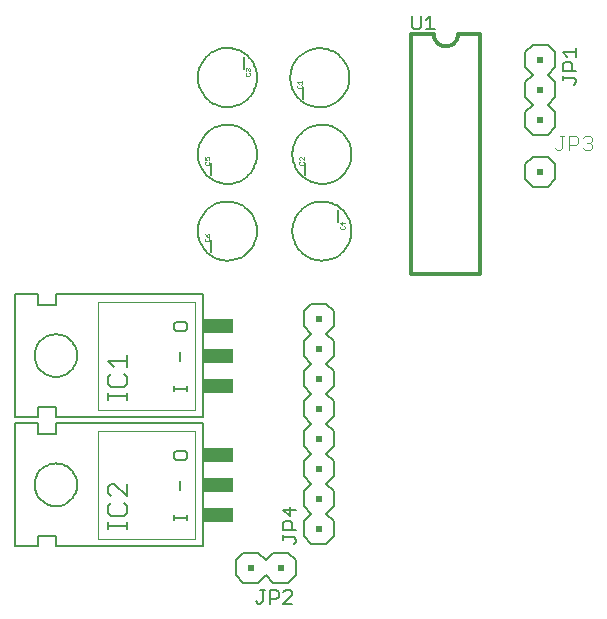
<source format=gto>
G75*
%MOIN*%
%OFA0B0*%
%FSLAX24Y24*%
%IPPOS*%
%LPD*%
%AMOC8*
5,1,8,0,0,1.08239X$1,22.5*
%
%ADD10C,0.0120*%
%ADD11C,0.0050*%
%ADD12C,0.0080*%
%ADD13C,0.0010*%
%ADD14R,0.0200X0.0200*%
%ADD15C,0.0060*%
%ADD16C,0.0020*%
%ADD17C,0.0070*%
%ADD18R,0.0350X0.0500*%
%ADD19R,0.0650X0.0500*%
%ADD20C,0.0040*%
D10*
X013332Y011266D02*
X015632Y011266D01*
X015632Y019266D01*
X014882Y019266D01*
X014880Y019227D01*
X014874Y019188D01*
X014865Y019150D01*
X014852Y019113D01*
X014835Y019077D01*
X014815Y019044D01*
X014791Y019012D01*
X014765Y018983D01*
X014736Y018957D01*
X014704Y018933D01*
X014671Y018913D01*
X014635Y018896D01*
X014598Y018883D01*
X014560Y018874D01*
X014521Y018868D01*
X014482Y018866D01*
X014443Y018868D01*
X014404Y018874D01*
X014366Y018883D01*
X014329Y018896D01*
X014293Y018913D01*
X014260Y018933D01*
X014228Y018957D01*
X014199Y018983D01*
X014173Y019012D01*
X014149Y019044D01*
X014129Y019077D01*
X014112Y019113D01*
X014099Y019150D01*
X014090Y019188D01*
X014084Y019227D01*
X014082Y019266D01*
X013332Y019266D01*
X013332Y011266D01*
D11*
X018752Y017590D02*
X018827Y017665D01*
X018827Y017740D01*
X018752Y017815D01*
X018377Y017815D01*
X018377Y017740D02*
X018377Y017890D01*
X018377Y018050D02*
X018377Y018275D01*
X018452Y018350D01*
X018602Y018350D01*
X018677Y018275D01*
X018677Y018050D01*
X018827Y018050D02*
X018377Y018050D01*
X018527Y018510D02*
X018377Y018661D01*
X018827Y018661D01*
X018827Y018811D02*
X018827Y018510D01*
X014118Y019441D02*
X013818Y019441D01*
X013968Y019441D02*
X013968Y019892D01*
X013818Y019741D01*
X013658Y019892D02*
X013658Y019516D01*
X013583Y019441D01*
X013432Y019441D01*
X013357Y019516D01*
X013357Y019892D01*
X005780Y009679D02*
X005480Y009679D01*
X005405Y009604D01*
X005405Y009454D01*
X005480Y009379D01*
X005780Y009379D01*
X005855Y009454D01*
X005855Y009604D01*
X005780Y009679D01*
X005630Y008679D02*
X005630Y008379D01*
X005855Y007529D02*
X005855Y007379D01*
X005855Y007454D02*
X005405Y007454D01*
X005405Y007379D02*
X005405Y007529D01*
X005480Y005376D02*
X005405Y005301D01*
X005405Y005151D01*
X005480Y005075D01*
X005780Y005075D01*
X005855Y005151D01*
X005855Y005301D01*
X005780Y005376D01*
X005480Y005376D01*
X005630Y004376D02*
X005630Y004075D01*
X005855Y003226D02*
X005855Y003075D01*
X005855Y003151D02*
X005405Y003151D01*
X005405Y003226D02*
X005405Y003075D01*
X008144Y000367D02*
X008219Y000292D01*
X008294Y000292D01*
X008370Y000367D01*
X008370Y000742D01*
X008445Y000742D02*
X008294Y000742D01*
X008605Y000742D02*
X008830Y000742D01*
X008905Y000667D01*
X008905Y000517D01*
X008830Y000442D01*
X008605Y000442D01*
X008605Y000292D02*
X008605Y000742D01*
X009065Y000667D02*
X009140Y000742D01*
X009290Y000742D01*
X009365Y000667D01*
X009365Y000592D01*
X009065Y000292D01*
X009365Y000292D01*
X009426Y002273D02*
X009501Y002348D01*
X009501Y002423D01*
X009426Y002498D01*
X009051Y002498D01*
X009051Y002423D02*
X009051Y002573D01*
X009051Y002733D02*
X009051Y002959D01*
X009126Y003034D01*
X009276Y003034D01*
X009351Y002959D01*
X009351Y002733D01*
X009501Y002733D02*
X009051Y002733D01*
X009276Y003194D02*
X009276Y003494D01*
X009501Y003419D02*
X009051Y003419D01*
X009276Y003194D01*
D12*
X009746Y003028D02*
X009746Y002528D01*
X009996Y002278D01*
X010496Y002278D01*
X010746Y002528D01*
X010746Y003028D01*
X010496Y003278D01*
X010746Y003528D01*
X010746Y004028D01*
X010496Y004278D01*
X010746Y004528D01*
X010746Y005028D01*
X010496Y005278D01*
X010746Y005528D01*
X010746Y006028D01*
X010496Y006278D01*
X010746Y006528D01*
X010746Y007028D01*
X010496Y007278D01*
X010746Y007528D01*
X010746Y008028D01*
X010496Y008278D01*
X010746Y008528D01*
X010746Y009028D01*
X010496Y009278D01*
X010746Y009528D01*
X010746Y010028D01*
X010496Y010278D01*
X009996Y010278D01*
X009746Y010028D01*
X009746Y009528D01*
X009996Y009278D01*
X009746Y009028D01*
X009746Y008528D01*
X009996Y008278D01*
X009746Y008028D01*
X009746Y007528D01*
X009996Y007278D01*
X009746Y007028D01*
X009746Y006528D01*
X009996Y006278D01*
X009746Y006028D01*
X009746Y005528D01*
X009996Y005278D01*
X009746Y005028D01*
X009746Y004528D01*
X009996Y004278D01*
X009746Y004028D01*
X009746Y003528D01*
X009996Y003278D01*
X009746Y003028D01*
X009221Y001987D02*
X008721Y001987D01*
X008471Y001737D01*
X008221Y001987D01*
X007721Y001987D01*
X007471Y001737D01*
X007471Y001237D01*
X007721Y000987D01*
X008221Y000987D01*
X008471Y001237D01*
X008721Y000987D01*
X009221Y000987D01*
X009471Y001237D01*
X009471Y001737D01*
X009221Y001987D01*
X006649Y012007D02*
X006649Y012407D01*
X006215Y012707D02*
X006217Y012769D01*
X006223Y012832D01*
X006233Y012893D01*
X006247Y012954D01*
X006264Y013014D01*
X006285Y013073D01*
X006311Y013130D01*
X006339Y013185D01*
X006371Y013239D01*
X006407Y013290D01*
X006445Y013340D01*
X006487Y013386D01*
X006531Y013430D01*
X006579Y013471D01*
X006628Y013509D01*
X006680Y013543D01*
X006734Y013574D01*
X006790Y013602D01*
X006848Y013626D01*
X006907Y013647D01*
X006967Y013663D01*
X007028Y013676D01*
X007090Y013685D01*
X007152Y013690D01*
X007215Y013691D01*
X007277Y013688D01*
X007339Y013681D01*
X007401Y013670D01*
X007461Y013655D01*
X007521Y013637D01*
X007579Y013615D01*
X007636Y013589D01*
X007691Y013559D01*
X007744Y013526D01*
X007795Y013490D01*
X007843Y013451D01*
X007889Y013408D01*
X007932Y013363D01*
X007972Y013315D01*
X008009Y013265D01*
X008043Y013212D01*
X008074Y013158D01*
X008100Y013102D01*
X008124Y013044D01*
X008143Y012984D01*
X008159Y012924D01*
X008171Y012862D01*
X008179Y012801D01*
X008183Y012738D01*
X008183Y012676D01*
X008179Y012613D01*
X008171Y012552D01*
X008159Y012490D01*
X008143Y012430D01*
X008124Y012370D01*
X008100Y012312D01*
X008074Y012256D01*
X008043Y012202D01*
X008009Y012149D01*
X007972Y012099D01*
X007932Y012051D01*
X007889Y012006D01*
X007843Y011963D01*
X007795Y011924D01*
X007744Y011888D01*
X007691Y011855D01*
X007636Y011825D01*
X007579Y011799D01*
X007521Y011777D01*
X007461Y011759D01*
X007401Y011744D01*
X007339Y011733D01*
X007277Y011726D01*
X007215Y011723D01*
X007152Y011724D01*
X007090Y011729D01*
X007028Y011738D01*
X006967Y011751D01*
X006907Y011767D01*
X006848Y011788D01*
X006790Y011812D01*
X006734Y011840D01*
X006680Y011871D01*
X006628Y011905D01*
X006579Y011943D01*
X006531Y011984D01*
X006487Y012028D01*
X006445Y012074D01*
X006407Y012124D01*
X006371Y012175D01*
X006339Y012229D01*
X006311Y012284D01*
X006285Y012341D01*
X006264Y012400D01*
X006247Y012460D01*
X006233Y012521D01*
X006223Y012582D01*
X006217Y012645D01*
X006215Y012707D01*
X006649Y014566D02*
X006649Y014966D01*
X006215Y015266D02*
X006217Y015328D01*
X006223Y015391D01*
X006233Y015452D01*
X006247Y015513D01*
X006264Y015573D01*
X006285Y015632D01*
X006311Y015689D01*
X006339Y015744D01*
X006371Y015798D01*
X006407Y015849D01*
X006445Y015899D01*
X006487Y015945D01*
X006531Y015989D01*
X006579Y016030D01*
X006628Y016068D01*
X006680Y016102D01*
X006734Y016133D01*
X006790Y016161D01*
X006848Y016185D01*
X006907Y016206D01*
X006967Y016222D01*
X007028Y016235D01*
X007090Y016244D01*
X007152Y016249D01*
X007215Y016250D01*
X007277Y016247D01*
X007339Y016240D01*
X007401Y016229D01*
X007461Y016214D01*
X007521Y016196D01*
X007579Y016174D01*
X007636Y016148D01*
X007691Y016118D01*
X007744Y016085D01*
X007795Y016049D01*
X007843Y016010D01*
X007889Y015967D01*
X007932Y015922D01*
X007972Y015874D01*
X008009Y015824D01*
X008043Y015771D01*
X008074Y015717D01*
X008100Y015661D01*
X008124Y015603D01*
X008143Y015543D01*
X008159Y015483D01*
X008171Y015421D01*
X008179Y015360D01*
X008183Y015297D01*
X008183Y015235D01*
X008179Y015172D01*
X008171Y015111D01*
X008159Y015049D01*
X008143Y014989D01*
X008124Y014929D01*
X008100Y014871D01*
X008074Y014815D01*
X008043Y014761D01*
X008009Y014708D01*
X007972Y014658D01*
X007932Y014610D01*
X007889Y014565D01*
X007843Y014522D01*
X007795Y014483D01*
X007744Y014447D01*
X007691Y014414D01*
X007636Y014384D01*
X007579Y014358D01*
X007521Y014336D01*
X007461Y014318D01*
X007401Y014303D01*
X007339Y014292D01*
X007277Y014285D01*
X007215Y014282D01*
X007152Y014283D01*
X007090Y014288D01*
X007028Y014297D01*
X006967Y014310D01*
X006907Y014326D01*
X006848Y014347D01*
X006790Y014371D01*
X006734Y014399D01*
X006680Y014430D01*
X006628Y014464D01*
X006579Y014502D01*
X006531Y014543D01*
X006487Y014587D01*
X006445Y014633D01*
X006407Y014683D01*
X006371Y014734D01*
X006339Y014788D01*
X006311Y014843D01*
X006285Y014900D01*
X006264Y014959D01*
X006247Y015019D01*
X006233Y015080D01*
X006223Y015141D01*
X006217Y015204D01*
X006215Y015266D01*
X006215Y017825D02*
X006217Y017887D01*
X006223Y017950D01*
X006233Y018011D01*
X006247Y018072D01*
X006264Y018132D01*
X006285Y018191D01*
X006311Y018248D01*
X006339Y018303D01*
X006371Y018357D01*
X006407Y018408D01*
X006445Y018458D01*
X006487Y018504D01*
X006531Y018548D01*
X006579Y018589D01*
X006628Y018627D01*
X006680Y018661D01*
X006734Y018692D01*
X006790Y018720D01*
X006848Y018744D01*
X006907Y018765D01*
X006967Y018781D01*
X007028Y018794D01*
X007090Y018803D01*
X007152Y018808D01*
X007215Y018809D01*
X007277Y018806D01*
X007339Y018799D01*
X007401Y018788D01*
X007461Y018773D01*
X007521Y018755D01*
X007579Y018733D01*
X007636Y018707D01*
X007691Y018677D01*
X007744Y018644D01*
X007795Y018608D01*
X007843Y018569D01*
X007889Y018526D01*
X007932Y018481D01*
X007972Y018433D01*
X008009Y018383D01*
X008043Y018330D01*
X008074Y018276D01*
X008100Y018220D01*
X008124Y018162D01*
X008143Y018102D01*
X008159Y018042D01*
X008171Y017980D01*
X008179Y017919D01*
X008183Y017856D01*
X008183Y017794D01*
X008179Y017731D01*
X008171Y017670D01*
X008159Y017608D01*
X008143Y017548D01*
X008124Y017488D01*
X008100Y017430D01*
X008074Y017374D01*
X008043Y017320D01*
X008009Y017267D01*
X007972Y017217D01*
X007932Y017169D01*
X007889Y017124D01*
X007843Y017081D01*
X007795Y017042D01*
X007744Y017006D01*
X007691Y016973D01*
X007636Y016943D01*
X007579Y016917D01*
X007521Y016895D01*
X007461Y016877D01*
X007401Y016862D01*
X007339Y016851D01*
X007277Y016844D01*
X007215Y016841D01*
X007152Y016842D01*
X007090Y016847D01*
X007028Y016856D01*
X006967Y016869D01*
X006907Y016885D01*
X006848Y016906D01*
X006790Y016930D01*
X006734Y016958D01*
X006680Y016989D01*
X006628Y017023D01*
X006579Y017061D01*
X006531Y017102D01*
X006487Y017146D01*
X006445Y017192D01*
X006407Y017242D01*
X006371Y017293D01*
X006339Y017347D01*
X006311Y017402D01*
X006285Y017459D01*
X006264Y017518D01*
X006247Y017578D01*
X006233Y017639D01*
X006223Y017700D01*
X006217Y017763D01*
X006215Y017825D01*
X007749Y018125D02*
X007749Y018525D01*
X009728Y017517D02*
X009728Y017117D01*
X009294Y017817D02*
X009296Y017879D01*
X009302Y017942D01*
X009312Y018003D01*
X009326Y018064D01*
X009343Y018124D01*
X009364Y018183D01*
X009390Y018240D01*
X009418Y018295D01*
X009450Y018349D01*
X009486Y018400D01*
X009524Y018450D01*
X009566Y018496D01*
X009610Y018540D01*
X009658Y018581D01*
X009707Y018619D01*
X009759Y018653D01*
X009813Y018684D01*
X009869Y018712D01*
X009927Y018736D01*
X009986Y018757D01*
X010046Y018773D01*
X010107Y018786D01*
X010169Y018795D01*
X010231Y018800D01*
X010294Y018801D01*
X010356Y018798D01*
X010418Y018791D01*
X010480Y018780D01*
X010540Y018765D01*
X010600Y018747D01*
X010658Y018725D01*
X010715Y018699D01*
X010770Y018669D01*
X010823Y018636D01*
X010874Y018600D01*
X010922Y018561D01*
X010968Y018518D01*
X011011Y018473D01*
X011051Y018425D01*
X011088Y018375D01*
X011122Y018322D01*
X011153Y018268D01*
X011179Y018212D01*
X011203Y018154D01*
X011222Y018094D01*
X011238Y018034D01*
X011250Y017972D01*
X011258Y017911D01*
X011262Y017848D01*
X011262Y017786D01*
X011258Y017723D01*
X011250Y017662D01*
X011238Y017600D01*
X011222Y017540D01*
X011203Y017480D01*
X011179Y017422D01*
X011153Y017366D01*
X011122Y017312D01*
X011088Y017259D01*
X011051Y017209D01*
X011011Y017161D01*
X010968Y017116D01*
X010922Y017073D01*
X010874Y017034D01*
X010823Y016998D01*
X010770Y016965D01*
X010715Y016935D01*
X010658Y016909D01*
X010600Y016887D01*
X010540Y016869D01*
X010480Y016854D01*
X010418Y016843D01*
X010356Y016836D01*
X010294Y016833D01*
X010231Y016834D01*
X010169Y016839D01*
X010107Y016848D01*
X010046Y016861D01*
X009986Y016877D01*
X009927Y016898D01*
X009869Y016922D01*
X009813Y016950D01*
X009759Y016981D01*
X009707Y017015D01*
X009658Y017053D01*
X009610Y017094D01*
X009566Y017138D01*
X009524Y017184D01*
X009486Y017234D01*
X009450Y017285D01*
X009418Y017339D01*
X009390Y017394D01*
X009364Y017451D01*
X009343Y017510D01*
X009326Y017570D01*
X009312Y017631D01*
X009302Y017692D01*
X009296Y017755D01*
X009294Y017817D01*
X009365Y015266D02*
X009367Y015328D01*
X009373Y015391D01*
X009383Y015452D01*
X009397Y015513D01*
X009414Y015573D01*
X009435Y015632D01*
X009461Y015689D01*
X009489Y015744D01*
X009521Y015798D01*
X009557Y015849D01*
X009595Y015899D01*
X009637Y015945D01*
X009681Y015989D01*
X009729Y016030D01*
X009778Y016068D01*
X009830Y016102D01*
X009884Y016133D01*
X009940Y016161D01*
X009998Y016185D01*
X010057Y016206D01*
X010117Y016222D01*
X010178Y016235D01*
X010240Y016244D01*
X010302Y016249D01*
X010365Y016250D01*
X010427Y016247D01*
X010489Y016240D01*
X010551Y016229D01*
X010611Y016214D01*
X010671Y016196D01*
X010729Y016174D01*
X010786Y016148D01*
X010841Y016118D01*
X010894Y016085D01*
X010945Y016049D01*
X010993Y016010D01*
X011039Y015967D01*
X011082Y015922D01*
X011122Y015874D01*
X011159Y015824D01*
X011193Y015771D01*
X011224Y015717D01*
X011250Y015661D01*
X011274Y015603D01*
X011293Y015543D01*
X011309Y015483D01*
X011321Y015421D01*
X011329Y015360D01*
X011333Y015297D01*
X011333Y015235D01*
X011329Y015172D01*
X011321Y015111D01*
X011309Y015049D01*
X011293Y014989D01*
X011274Y014929D01*
X011250Y014871D01*
X011224Y014815D01*
X011193Y014761D01*
X011159Y014708D01*
X011122Y014658D01*
X011082Y014610D01*
X011039Y014565D01*
X010993Y014522D01*
X010945Y014483D01*
X010894Y014447D01*
X010841Y014414D01*
X010786Y014384D01*
X010729Y014358D01*
X010671Y014336D01*
X010611Y014318D01*
X010551Y014303D01*
X010489Y014292D01*
X010427Y014285D01*
X010365Y014282D01*
X010302Y014283D01*
X010240Y014288D01*
X010178Y014297D01*
X010117Y014310D01*
X010057Y014326D01*
X009998Y014347D01*
X009940Y014371D01*
X009884Y014399D01*
X009830Y014430D01*
X009778Y014464D01*
X009729Y014502D01*
X009681Y014543D01*
X009637Y014587D01*
X009595Y014633D01*
X009557Y014683D01*
X009521Y014734D01*
X009489Y014788D01*
X009461Y014843D01*
X009435Y014900D01*
X009414Y014959D01*
X009397Y015019D01*
X009383Y015080D01*
X009373Y015141D01*
X009367Y015204D01*
X009365Y015266D01*
X009799Y014966D02*
X009799Y014566D01*
X010899Y013407D02*
X010899Y013007D01*
X009365Y012707D02*
X009367Y012769D01*
X009373Y012832D01*
X009383Y012893D01*
X009397Y012954D01*
X009414Y013014D01*
X009435Y013073D01*
X009461Y013130D01*
X009489Y013185D01*
X009521Y013239D01*
X009557Y013290D01*
X009595Y013340D01*
X009637Y013386D01*
X009681Y013430D01*
X009729Y013471D01*
X009778Y013509D01*
X009830Y013543D01*
X009884Y013574D01*
X009940Y013602D01*
X009998Y013626D01*
X010057Y013647D01*
X010117Y013663D01*
X010178Y013676D01*
X010240Y013685D01*
X010302Y013690D01*
X010365Y013691D01*
X010427Y013688D01*
X010489Y013681D01*
X010551Y013670D01*
X010611Y013655D01*
X010671Y013637D01*
X010729Y013615D01*
X010786Y013589D01*
X010841Y013559D01*
X010894Y013526D01*
X010945Y013490D01*
X010993Y013451D01*
X011039Y013408D01*
X011082Y013363D01*
X011122Y013315D01*
X011159Y013265D01*
X011193Y013212D01*
X011224Y013158D01*
X011250Y013102D01*
X011274Y013044D01*
X011293Y012984D01*
X011309Y012924D01*
X011321Y012862D01*
X011329Y012801D01*
X011333Y012738D01*
X011333Y012676D01*
X011329Y012613D01*
X011321Y012552D01*
X011309Y012490D01*
X011293Y012430D01*
X011274Y012370D01*
X011250Y012312D01*
X011224Y012256D01*
X011193Y012202D01*
X011159Y012149D01*
X011122Y012099D01*
X011082Y012051D01*
X011039Y012006D01*
X010993Y011963D01*
X010945Y011924D01*
X010894Y011888D01*
X010841Y011855D01*
X010786Y011825D01*
X010729Y011799D01*
X010671Y011777D01*
X010611Y011759D01*
X010551Y011744D01*
X010489Y011733D01*
X010427Y011726D01*
X010365Y011723D01*
X010302Y011724D01*
X010240Y011729D01*
X010178Y011738D01*
X010117Y011751D01*
X010057Y011767D01*
X009998Y011788D01*
X009940Y011812D01*
X009884Y011840D01*
X009830Y011871D01*
X009778Y011905D01*
X009729Y011943D01*
X009681Y011984D01*
X009637Y012028D01*
X009595Y012074D01*
X009557Y012124D01*
X009521Y012175D01*
X009489Y012229D01*
X009461Y012284D01*
X009435Y012341D01*
X009414Y012400D01*
X009397Y012460D01*
X009383Y012521D01*
X009373Y012582D01*
X009367Y012645D01*
X009365Y012707D01*
X017132Y014426D02*
X017382Y014176D01*
X017882Y014176D01*
X018132Y014426D01*
X018132Y014926D01*
X017882Y015176D01*
X017382Y015176D01*
X017132Y014926D01*
X017132Y014426D01*
X017382Y015916D02*
X017882Y015916D01*
X018132Y016166D01*
X018132Y016666D01*
X017882Y016916D01*
X018132Y017166D01*
X018132Y017666D01*
X017882Y017916D01*
X018132Y018166D01*
X018132Y018666D01*
X017882Y018916D01*
X017382Y018916D01*
X017132Y018666D01*
X017132Y018166D01*
X017382Y017916D01*
X017132Y017666D01*
X017132Y017166D01*
X017382Y016916D01*
X017132Y016666D01*
X017132Y016166D01*
X017382Y015916D01*
D13*
X011104Y012990D02*
X010953Y012990D01*
X011028Y012915D01*
X011028Y013015D01*
X010978Y012868D02*
X010953Y012843D01*
X010953Y012793D01*
X010978Y012767D01*
X011078Y012767D01*
X011104Y012793D01*
X011104Y012843D01*
X011078Y012868D01*
X009718Y014921D02*
X009618Y014921D01*
X009593Y014946D01*
X009593Y014996D01*
X009618Y015021D01*
X009618Y015069D02*
X009593Y015094D01*
X009593Y015144D01*
X009618Y015169D01*
X009643Y015169D01*
X009744Y015069D01*
X009744Y015169D01*
X009718Y015021D02*
X009744Y014996D01*
X009744Y014946D01*
X009718Y014921D01*
X009648Y017472D02*
X009673Y017497D01*
X009673Y017547D01*
X009648Y017572D01*
X009673Y017620D02*
X009673Y017720D01*
X009673Y017670D02*
X009523Y017670D01*
X009573Y017620D01*
X009548Y017572D02*
X009523Y017547D01*
X009523Y017497D01*
X009548Y017472D01*
X009648Y017472D01*
X007954Y017911D02*
X007954Y017961D01*
X007929Y017986D01*
X007929Y018033D02*
X007954Y018058D01*
X007954Y018108D01*
X007929Y018133D01*
X007904Y018133D01*
X007879Y018108D01*
X007879Y018083D01*
X007879Y018108D02*
X007854Y018133D01*
X007829Y018133D01*
X007804Y018108D01*
X007804Y018058D01*
X007829Y018033D01*
X007829Y017986D02*
X007804Y017961D01*
X007804Y017911D01*
X007829Y017886D01*
X007929Y017886D01*
X007954Y017911D01*
X006569Y015169D02*
X006594Y015144D01*
X006594Y015094D01*
X006569Y015069D01*
X006569Y015021D02*
X006594Y014996D01*
X006594Y014946D01*
X006569Y014921D01*
X006469Y014921D01*
X006444Y014946D01*
X006444Y014996D01*
X006469Y015021D01*
X006444Y015069D02*
X006519Y015069D01*
X006494Y015119D01*
X006494Y015144D01*
X006519Y015169D01*
X006569Y015169D01*
X006444Y015169D02*
X006444Y015069D01*
X006444Y012610D02*
X006469Y012560D01*
X006519Y012509D01*
X006519Y012585D01*
X006544Y012610D01*
X006569Y012610D01*
X006594Y012585D01*
X006594Y012534D01*
X006569Y012509D01*
X006519Y012509D01*
X006569Y012462D02*
X006594Y012437D01*
X006594Y012387D01*
X006569Y012362D01*
X006469Y012362D01*
X006444Y012387D01*
X006444Y012437D01*
X006469Y012462D01*
D14*
X010246Y009778D03*
X010246Y008778D03*
X010246Y007778D03*
X010246Y006778D03*
X010246Y005778D03*
X010246Y004778D03*
X010246Y003778D03*
X010246Y002778D03*
X008971Y001487D03*
X007971Y001487D03*
X017632Y014676D03*
X017632Y016416D03*
X017632Y017416D03*
X017632Y018416D03*
D15*
X000880Y002200D02*
X000130Y002200D01*
X000130Y006300D01*
X000880Y006300D01*
X000880Y005950D01*
X001480Y005950D01*
X001480Y006300D01*
X006380Y006300D01*
X006380Y002200D01*
X001480Y002200D01*
X001480Y002550D01*
X000880Y002550D01*
X000880Y002200D01*
X000770Y004250D02*
X000772Y004303D01*
X000778Y004356D01*
X000788Y004408D01*
X000802Y004459D01*
X000819Y004509D01*
X000840Y004558D01*
X000865Y004605D01*
X000893Y004650D01*
X000925Y004693D01*
X000960Y004733D01*
X000997Y004770D01*
X001037Y004805D01*
X001080Y004837D01*
X001125Y004865D01*
X001172Y004890D01*
X001221Y004911D01*
X001271Y004928D01*
X001322Y004942D01*
X001374Y004952D01*
X001427Y004958D01*
X001480Y004960D01*
X001533Y004958D01*
X001586Y004952D01*
X001638Y004942D01*
X001689Y004928D01*
X001739Y004911D01*
X001788Y004890D01*
X001835Y004865D01*
X001880Y004837D01*
X001923Y004805D01*
X001963Y004770D01*
X002000Y004733D01*
X002035Y004693D01*
X002067Y004650D01*
X002095Y004605D01*
X002120Y004558D01*
X002141Y004509D01*
X002158Y004459D01*
X002172Y004408D01*
X002182Y004356D01*
X002188Y004303D01*
X002190Y004250D01*
X002188Y004197D01*
X002182Y004144D01*
X002172Y004092D01*
X002158Y004041D01*
X002141Y003991D01*
X002120Y003942D01*
X002095Y003895D01*
X002067Y003850D01*
X002035Y003807D01*
X002000Y003767D01*
X001963Y003730D01*
X001923Y003695D01*
X001880Y003663D01*
X001835Y003635D01*
X001788Y003610D01*
X001739Y003589D01*
X001689Y003572D01*
X001638Y003558D01*
X001586Y003548D01*
X001533Y003542D01*
X001480Y003540D01*
X001427Y003542D01*
X001374Y003548D01*
X001322Y003558D01*
X001271Y003572D01*
X001221Y003589D01*
X001172Y003610D01*
X001125Y003635D01*
X001080Y003663D01*
X001037Y003695D01*
X000997Y003730D01*
X000960Y003767D01*
X000925Y003807D01*
X000893Y003850D01*
X000865Y003895D01*
X000840Y003942D01*
X000819Y003991D01*
X000802Y004041D01*
X000788Y004092D01*
X000778Y004144D01*
X000772Y004197D01*
X000770Y004250D01*
X000880Y006504D02*
X000130Y006504D01*
X000130Y010604D01*
X000880Y010604D01*
X000880Y010254D01*
X001480Y010254D01*
X001480Y010604D01*
X006380Y010604D01*
X006380Y006504D01*
X001480Y006504D01*
X001480Y006854D01*
X000880Y006854D01*
X000880Y006504D01*
X000770Y008554D02*
X000772Y008607D01*
X000778Y008660D01*
X000788Y008712D01*
X000802Y008763D01*
X000819Y008813D01*
X000840Y008862D01*
X000865Y008909D01*
X000893Y008954D01*
X000925Y008997D01*
X000960Y009037D01*
X000997Y009074D01*
X001037Y009109D01*
X001080Y009141D01*
X001125Y009169D01*
X001172Y009194D01*
X001221Y009215D01*
X001271Y009232D01*
X001322Y009246D01*
X001374Y009256D01*
X001427Y009262D01*
X001480Y009264D01*
X001533Y009262D01*
X001586Y009256D01*
X001638Y009246D01*
X001689Y009232D01*
X001739Y009215D01*
X001788Y009194D01*
X001835Y009169D01*
X001880Y009141D01*
X001923Y009109D01*
X001963Y009074D01*
X002000Y009037D01*
X002035Y008997D01*
X002067Y008954D01*
X002095Y008909D01*
X002120Y008862D01*
X002141Y008813D01*
X002158Y008763D01*
X002172Y008712D01*
X002182Y008660D01*
X002188Y008607D01*
X002190Y008554D01*
X002188Y008501D01*
X002182Y008448D01*
X002172Y008396D01*
X002158Y008345D01*
X002141Y008295D01*
X002120Y008246D01*
X002095Y008199D01*
X002067Y008154D01*
X002035Y008111D01*
X002000Y008071D01*
X001963Y008034D01*
X001923Y007999D01*
X001880Y007967D01*
X001835Y007939D01*
X001788Y007914D01*
X001739Y007893D01*
X001689Y007876D01*
X001638Y007862D01*
X001586Y007852D01*
X001533Y007846D01*
X001480Y007844D01*
X001427Y007846D01*
X001374Y007852D01*
X001322Y007862D01*
X001271Y007876D01*
X001221Y007893D01*
X001172Y007914D01*
X001125Y007939D01*
X001080Y007967D01*
X001037Y007999D01*
X000997Y008034D01*
X000960Y008071D01*
X000925Y008111D01*
X000893Y008154D01*
X000865Y008199D01*
X000840Y008246D01*
X000819Y008295D01*
X000802Y008345D01*
X000788Y008396D01*
X000778Y008448D01*
X000772Y008501D01*
X000770Y008554D01*
D16*
X002880Y010354D02*
X002880Y006754D01*
X006130Y006754D01*
X006130Y010354D01*
X002880Y010354D01*
X002880Y006050D02*
X002880Y002450D01*
X006130Y002450D01*
X006130Y006050D01*
X002880Y006050D01*
D17*
X003214Y007089D02*
X003214Y007299D01*
X003214Y007194D02*
X003845Y007194D01*
X003845Y007089D02*
X003845Y007299D01*
X003740Y007518D02*
X003845Y007623D01*
X003845Y007834D01*
X003740Y007939D01*
X003845Y008163D02*
X003845Y008583D01*
X003845Y008373D02*
X003214Y008373D01*
X003425Y008163D01*
X003320Y007939D02*
X003214Y007834D01*
X003214Y007623D01*
X003320Y007518D01*
X003740Y007518D01*
X003845Y004280D02*
X003845Y003860D01*
X003425Y004280D01*
X003320Y004280D01*
X003214Y004175D01*
X003214Y003965D01*
X003320Y003860D01*
X003320Y003636D02*
X003214Y003530D01*
X003214Y003320D01*
X003320Y003215D01*
X003740Y003215D01*
X003845Y003320D01*
X003845Y003530D01*
X003740Y003636D01*
X003845Y002996D02*
X003845Y002785D01*
X003845Y002891D02*
X003214Y002891D01*
X003214Y002996D02*
X003214Y002785D01*
D18*
X006555Y003250D03*
X006555Y004250D03*
X006555Y005250D03*
X006555Y007554D03*
X006555Y008554D03*
X006555Y009554D03*
D19*
X007055Y009554D03*
X007055Y008554D03*
X007055Y007554D03*
X007055Y005250D03*
X007055Y004250D03*
X007055Y003250D03*
D20*
X018199Y015416D02*
X018275Y015416D01*
X018352Y015492D01*
X018352Y015876D01*
X018275Y015876D02*
X018429Y015876D01*
X018582Y015876D02*
X018813Y015876D01*
X018889Y015799D01*
X018889Y015646D01*
X018813Y015569D01*
X018582Y015569D01*
X018582Y015416D02*
X018582Y015876D01*
X018199Y015416D02*
X018122Y015492D01*
X019043Y015492D02*
X019119Y015416D01*
X019273Y015416D01*
X019350Y015492D01*
X019350Y015569D01*
X019273Y015646D01*
X019196Y015646D01*
X019273Y015646D02*
X019350Y015723D01*
X019350Y015799D01*
X019273Y015876D01*
X019119Y015876D01*
X019043Y015799D01*
M02*

</source>
